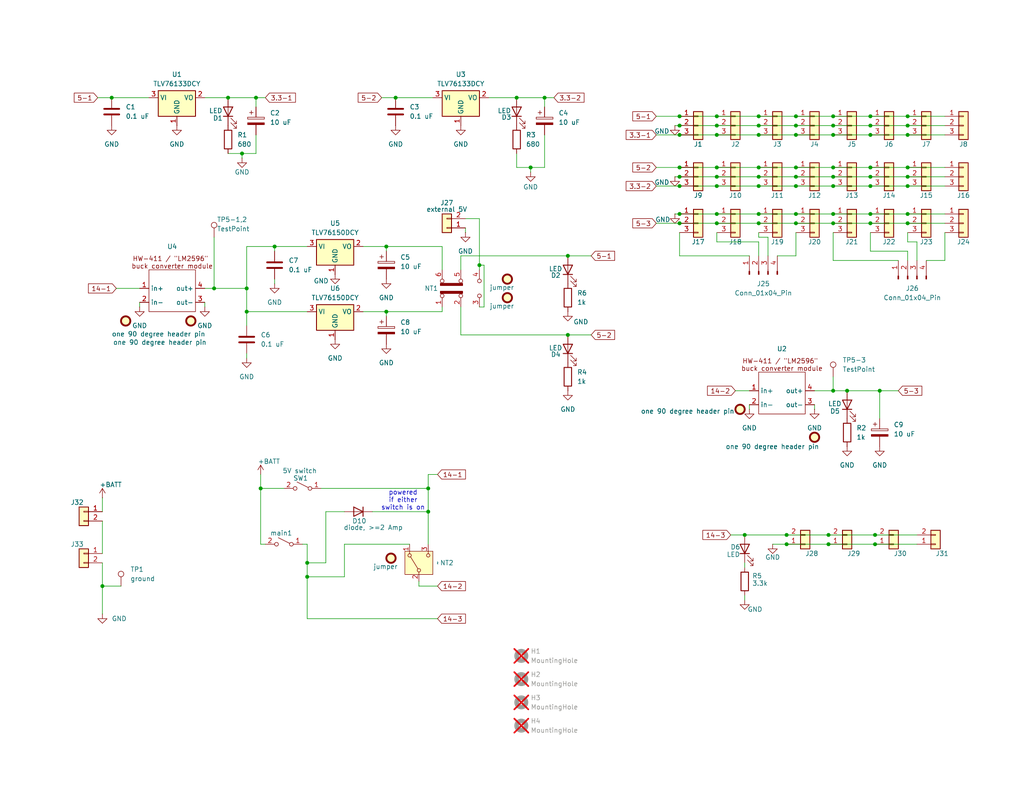
<source format=kicad_sch>
(kicad_sch (version 20250114) (generator "eeschema") (generator_version "9.0")
  (paper "USLetter")
  (title_block (title "SPDL PCB") (date "2026") (rev "2.1 E") (comment 1 "SPDL") (comment 2 "by Joshua Phelps 2026 joshua18@stanford.edu joshua262144@gmail.com") (comment 3 "Stanford ME218"))
  (lib_symbols
    (symbol "218-pdb:Conn_01x02" (pin_names (offset 1.016) (hide yes))
      (property "Reference" "J" (at 0 2.54 0))
      (symbol "Conn_01x02_1_1"
        (pin passive line (at -5.08 0 0) (length 3.81) (name "Pin_1") (number "1"))
        (pin passive line (at -5.08 -2.54 0) (length 3.81) (name "Pin_2") (number "2"))
      )
    )
    (symbol "218-pdb:Conn_01x03" (pin_names (offset 1.016) (hide yes))
      (property "Reference" "J" (at 0 5.08 0))
      (symbol "Conn_01x03_1_1"
        (pin passive line (at -5.08 2.54 0) (length 3.81) (name "Pin_1") (number "1"))
        (pin passive line (at -5.08 0 0) (length 3.81) (name "Pin_2") (number "2"))
        (pin passive line (at -5.08 -2.54 0) (length 3.81) (name "Pin_3") (number "3"))
      )
    )
    (symbol "218-pdb:buck_converter_module"
      (property "Reference" "U" (at 0 1.27 0))
      (symbol "buck_converter_module_1_1"
        (text "HW-411 / \"LM2596\" \nbuck converter module" (at 0 4.572 0) (effects (font (size 1.27 1.27))))
        (pin power_in line (at -8.89 -2.54 0) (length 2.54) (name "in+") (number "1"))
        (pin power_in line (at -8.89 -6.35 0) (length 2.54) (name "in-") (number "2"))
        (pin power_out line (at 8.89 -2.54 180) (length 2.54) (name "out+") (number "4"))
        (pin power_out line (at 8.89 -6.35 180) (length 2.54) (name "out-") (number "3"))
      )
    )
    (symbol "Connector:Conn_01x04_Pin" (pin_names (offset 1.016) (hide yes))
      (property "Reference" "J" (at 0 5.08 0))
      (property "Value" "Conn_01x04_Pin" (at 0 -7.62 0))
      (symbol "Conn_01x04_Pin_1_1"
        (pin passive line (at 5.08 2.54 180) (length 3.81) (name "Pin_1") (number "1"))
        (pin passive line (at 5.08 0 180) (length 3.81) (name "Pin_2") (number "2"))
        (pin passive line (at 5.08 -2.54 180) (length 3.81) (name "Pin_3") (number "3"))
        (pin passive line (at 5.08 -5.08 180) (length 3.81) (name "Pin_4") (number "4"))
      )
    )
    (symbol "Connector:TestPoint" (pin_numbers (hide yes)) (pin_names (offset 0.762) (hide yes))
      (property "Reference" "TP" (at 0 6.858 0))
      (property "Value" "TestPoint" (at 0 5.08 0))
      (symbol "TestPoint_1_1"
        (pin passive line (at 0 0 90) (length 2.54) (name "1") (number "1"))
      )
    )
    (symbol "Device:C" (pin_numbers (hide yes)) (pin_names (offset 0.254))
      (property "Reference" "C" (at 0.635 2.54 0))
      (property "Value" "C" (at 0.635 -2.54 0))
      (symbol "C_1_1"
        (pin passive line (at 0 3.81 270) (length 2.794) (name "~") (number "1"))
        (pin passive line (at 0 -3.81 90) (length 2.794) (name "~") (number "2"))
      )
    )
    (symbol "Device:C_Polarized" (pin_numbers (hide yes)) (pin_names (offset 0.254))
      (property "Reference" "C" (at 0.635 2.54 0))
      (property "Value" "C_Polarized" (at 0.635 -2.54 0))
      (symbol "C_Polarized_1_1"
        (pin passive line (at 0 3.81 270) (length 2.794) (name "~") (number "1"))
        (pin passive line (at 0 -3.81 90) (length 2.794) (name "~") (number "2"))
      )
    )
    (symbol "Device:D" (pin_numbers (hide yes)) (pin_names (offset 1.016) (hide yes))
      (property "Reference" "D" (at 0 2.54 0))
      (property "Value" "D" (at 0 -2.54 0))
      (symbol "D_1_1"
        (pin passive line (at -3.81 0 0) (length 2.54) (name "K") (number "1"))
        (pin passive line (at 3.81 0 180) (length 2.54) (name "A") (number "2"))
      )
    )
    (symbol "Device:LED" (pin_numbers (hide yes)) (pin_names (offset 1.016) (hide yes))
      (property "Reference" "D" (at 0 2.54 0))
      (property "Value" "LED" (at 0 -2.54 0))
      (symbol "LED_1_1"
        (pin passive line (at -3.81 0 0) (length 2.54) (name "K") (number "1"))
        (pin passive line (at 3.81 0 180) (length 2.54) (name "A") (number "2"))
      )
    )
    (symbol "Device:R" (pin_numbers (hide yes)) (pin_names (offset 0))
      (property "Reference" "R" (at 2.032 0 90))
      (property "Value" "R" (at 0 0 90))
      (symbol "R_1_1"
        (pin passive line (at 0 3.81 270) (length 1.27) (name "~") (number "1"))
        (pin passive line (at 0 -3.81 90) (length 1.27) (name "~") (number "2"))
      )
    )
    (symbol "Mechanical:Fiducial" (in_bom no)
      (property "Reference" "FID" (at 0 5.08 0))
      (property "Value" "Fiducial" (at 0 3.175 0))
    )
    (symbol "Mechanical:MountingHole" (pin_names (offset 1.016)) (in_bom no)
      (property "Reference" "H" (at 0 5.08 0))
      (property "Value" "MountingHole" (at 0 3.175 0))
    )
    (symbol "Regulator_Linear:TLV76133DCY"
      (property "Reference" "U" (at -7.62 6.35 0))
      (property "Value" "TLV76133DCY" (at -1.27 6.35 0))
      (symbol "TLV76133DCY_1_1"
        (pin power_in line (at -7.62 0 0) (length 2.54) (name "VI") (number "3"))
        (pin power_in line (at 0 -7.62 90) (length 2.54) (name "GND") (number "1"))
        (pin power_out line (at 7.62 0 180) (length 2.54) (name "VO") (number "2"))
      )
    )
    (symbol "Regulator_Linear:TLV76150DCY"
      (property "Reference" "U" (at -7.62 6.35 0))
      (property "Value" "TLV76150DCY" (at -1.27 6.35 0))
      (symbol "TLV76150DCY_1_1"
        (pin power_in line (at -7.62 0 0) (length 2.54) (name "VI") (number "3"))
        (pin power_in line (at 0 -7.62 90) (length 2.54) (name "GND") (number "1"))
        (pin power_out line (at 7.62 0 180) (length 2.54) (name "VO") (number "2"))
      )
    )
    (symbol "Switch:SW_SPDT" (pin_names (offset 0) (hide yes))
      (property "Reference" "SW" (at 0 5.08 0))
      (property "Value" "SW_SPDT" (at 0 -5.08 0))
      (symbol "SW_SPDT_1_1"
        (pin passive line (at -5.08 0 0) (length 2.54) (name "B") (number "2"))
        (pin passive line (at 5.08 2.54 180) (length 2.54) (name "A") (number "1"))
        (pin passive line (at 5.08 -2.54 180) (length 2.54) (name "C") (number "3"))
      )
    )
    (symbol "Switch:SW_SPST" (pin_names (offset 0) (hide yes))
      (property "Reference" "SW" (at 0 3.175 0))
      (property "Value" "SW_SPST" (at 0 -2.54 0))
      (symbol "SW_SPST_1_1"
        (pin passive line (at -5.08 0 0) (length 2.54) (name "A") (number "1"))
        (pin passive line (at 5.08 0 180) (length 2.54) (name "B") (number "2"))
      )
    )
    (symbol "Switch:SW_Slide_DPDT" (pin_names (offset 0) (hide yes))
      (property "Reference" "SW" (at 0 6.858 0))
      (property "Value" "SW_Slide_DPDT" (at 0 -8.128 0))
      (symbol "SW_Slide_DPDT_1_1"
        (pin passive line (at -5.08 5.08 0) (length 2.54) (name "A") (number "1"))
        (pin passive line (at -5.08 0 0) (length 2.54) (name "B") (number "2"))
        (pin passive line (at -5.08 -5.08 0) (length 2.54) (name "C") (number "3"))
        (pin passive line (at 5.08 5.08 180) (length 2.54) (name "C") (number "6"))
        (pin passive line (at 5.08 0 180) (length 2.54) (name "B") (number "5"))
        (pin passive line (at 5.08 -5.08 180) (length 2.54) (name "A") (number "4"))
      )
    )
    (symbol "power:+BATT" (power) (pin_numbers (hide yes)) (pin_names (offset 0) (hide yes))
      (property "Value" "+BATT" (at 0 3.556 0))
      (symbol "+BATT_1_1"
        (pin power_in line (at 0 0 90) (length 0) (name "~") (number "1"))
      )
    )
    (symbol "power:GND" (power) (pin_numbers (hide yes)) (pin_names (offset 0) (hide yes))
      (property "Value" "GND" (at 0 -3.81 0))
      (symbol "GND_1_1"
        (pin power_in line (at 0 0 270) (length 0) (name "~") (number "1"))
      )
    )
  )
  (text "powered\nif either\nswitch is on" (at 109.982 136.652 0) (effects (font (size 1.27 1.27))))
  (junction (at 107.95 26.67))
  (junction (at 226.06 148.59))
  (junction (at 105.41 67.31))
  (junction (at 237.49 34.29))
  (junction (at 247.65 45.72))
  (junction (at 185.42 31.75))
  (junction (at 240.03 106.68))
  (junction (at 207.01 45.72))
  (junction (at 185.42 45.72))
  (junction (at 140.97 26.67))
  (junction (at 27.94 160.02))
  (junction (at 69.85 26.67))
  (junction (at 83.82 157.48))
  (junction (at 237.49 50.8))
  (junction (at 71.12 133.35))
  (junction (at 207.01 60.96))
  (junction (at 214.63 146.05))
  (junction (at 83.82 153.67))
  (junction (at 66.04 41.91))
  (junction (at 227.33 34.29))
  (junction (at 247.65 50.8))
  (junction (at 67.31 78.74))
  (junction (at 185.42 48.26))
  (junction (at 185.42 50.8))
  (junction (at 237.49 36.83))
  (junction (at 237.49 31.75))
  (junction (at 185.42 60.96))
  (junction (at 214.63 148.59))
  (junction (at 195.58 31.75))
  (junction (at 185.42 58.42))
  (junction (at 207.01 58.42))
  (junction (at 247.65 60.96))
  (junction (at 247.65 31.75))
  (junction (at 227.33 48.26))
  (junction (at 231.14 106.68))
  (junction (at 247.65 48.26))
  (junction (at 247.65 34.29))
  (junction (at 207.01 36.83))
  (junction (at 217.17 36.83))
  (junction (at 116.84 133.35))
  (junction (at 207.01 48.26))
  (junction (at 67.31 85.09))
  (junction (at 227.33 106.68))
  (junction (at 74.93 67.31))
  (junction (at 247.65 36.83))
  (junction (at 237.49 60.96))
  (junction (at 217.17 45.72))
  (junction (at 227.33 36.83))
  (junction (at 58.42 78.74))
  (junction (at 195.58 34.29))
  (junction (at 30.48 26.67))
  (junction (at 227.33 60.96))
  (junction (at 247.65 58.42))
  (junction (at 227.33 45.72))
  (junction (at 62.23 26.67))
  (junction (at 207.01 31.75))
  (junction (at 207.01 34.29))
  (junction (at 195.58 36.83))
  (junction (at 217.17 31.75))
  (junction (at 195.58 50.8))
  (junction (at 195.58 48.26))
  (junction (at 154.94 91.44))
  (junction (at 185.42 36.83))
  (junction (at 217.17 34.29))
  (junction (at 195.58 45.72))
  (junction (at 237.49 48.26))
  (junction (at 116.84 139.7))
  (junction (at 195.58 60.96))
  (junction (at 237.49 58.42))
  (junction (at 148.59 26.67))
  (junction (at 185.42 34.29))
  (junction (at 217.17 50.8))
  (junction (at 237.49 45.72))
  (junction (at 227.33 58.42))
  (junction (at 154.94 69.85))
  (junction (at 226.06 146.05))
  (junction (at 195.58 58.42))
  (junction (at 203.2 146.05))
  (junction (at 217.17 48.26))
  (junction (at 105.41 85.09))
  (junction (at 238.76 148.59))
  (junction (at 144.78 45.72))
  (junction (at 207.01 50.8))
  (junction (at 227.33 31.75))
  (junction (at 238.76 146.05))
  (junction (at 217.17 60.96))
  (junction (at 227.33 50.8))
  (junction (at 130.81 72.39))
  (junction (at 217.17 58.42))
  (wire (pts (xy 185.42 36.83) (xy 195.58 36.83)))
  (wire (pts (xy 105.41 67.31) (xy 120.65 67.31)))
  (wire (pts (xy 185.42 48.26) (xy 195.58 48.26)))
  (wire (pts (xy 200.66 106.68) (xy 204.47 106.68)))
  (wire (pts (xy 214.63 146.05) (xy 226.06 146.05)))
  (wire (pts (xy 195.58 48.26) (xy 207.01 48.26)))
  (wire (pts (xy 38.1 78.74) (xy 31.75 78.74)))
  (wire (pts (xy 237.49 48.26) (xy 247.65 48.26)))
  (wire (pts (xy 130.81 83.82) (xy 132.08 83.82)))
  (wire (pts (xy 217.17 60.96) (xy 227.33 60.96)))
  (wire (pts (xy 116.84 139.7) (xy 116.84 148.59)))
  (wire (pts (xy 204.47 110.49) (xy 204.47 111.76)))
  (wire (pts (xy 69.85 36.83) (xy 69.85 41.91)))
  (wire (pts (xy 207.01 34.29) (xy 217.17 34.29)))
  (wire (pts (xy 114.3 160.02) (xy 119.38 160.02)))
  (wire (pts (xy 184.15 58.42) (xy 185.42 58.42)))
  (wire (pts (xy 105.41 85.09) (xy 105.41 86.36)))
  (wire (pts (xy 250.19 66.04) (xy 247.65 66.04)))
  (wire (pts (xy 227.33 36.83) (xy 237.49 36.83)))
  (wire (pts (xy 67.31 97.79) (xy 67.31 96.52)))
  (wire (pts (xy 99.06 67.31) (xy 105.41 67.31)))
  (wire (pts (xy 93.98 148.59) (xy 93.98 157.48)))
  (wire (pts (xy 116.84 139.7) (xy 116.84 133.35)))
  (wire (pts (xy 93.98 157.48) (xy 83.82 157.48)))
  (wire (pts (xy 203.2 163.83) (xy 203.2 162.56)))
  (wire (pts (xy 144.78 45.72) (xy 148.59 45.72)))
  (wire (pts (xy 66.04 41.91) (xy 62.23 41.91)))
  (wire (pts (xy 195.58 45.72) (xy 207.01 45.72)))
  (wire (pts (xy 247.65 68.58) (xy 247.65 71.12)))
  (wire (pts (xy 237.49 50.8) (xy 247.65 50.8)))
  (wire (pts (xy 237.49 34.29) (xy 247.65 34.29)))
  (wire (pts (xy 226.06 148.59) (xy 238.76 148.59)))
  (wire (pts (xy 125.73 73.66) (xy 125.73 69.85)))
  (wire (pts (xy 125.73 91.44) (xy 125.73 83.82)))
  (wire (pts (xy 27.94 135.89) (xy 27.94 139.7)))
  (wire (pts (xy 58.42 78.74) (xy 67.31 78.74)))
  (wire (pts (xy 104.14 26.67) (xy 107.95 26.67)))
  (wire (pts (xy 83.82 168.91) (xy 83.82 157.48)))
  (wire (pts (xy 240.03 106.68) (xy 240.03 114.3)))
  (wire (pts (xy 203.2 154.94) (xy 203.2 153.67)))
  (wire (pts (xy 217.17 36.83) (xy 227.33 36.83)))
  (wire (pts (xy 195.58 50.8) (xy 207.01 50.8)))
  (wire (pts (xy 38.1 82.55) (xy 38.1 83.82)))
  (wire (pts (xy 207.01 45.72) (xy 217.17 45.72)))
  (wire (pts (xy 227.33 71.12) (xy 245.11 71.12)))
  (wire (pts (xy 237.49 60.96) (xy 247.65 60.96)))
  (wire (pts (xy 114.3 160.02) (xy 114.3 158.75)))
  (wire (pts (xy 227.33 31.75) (xy 237.49 31.75)))
  (wire (pts (xy 111.76 148.59) (xy 93.98 148.59)))
  (wire (pts (xy 71.12 148.59) (xy 72.39 148.59)))
  (wire (pts (xy 207.01 48.26) (xy 217.17 48.26)))
  (wire (pts (xy 207.01 60.96) (xy 217.17 60.96)))
  (wire (pts (xy 217.17 50.8) (xy 227.33 50.8)))
  (wire (pts (xy 66.04 41.91) (xy 69.85 41.91)))
  (wire (pts (xy 67.31 67.31) (xy 67.31 78.74)))
  (wire (pts (xy 120.65 67.31) (xy 120.65 73.66)))
  (wire (pts (xy 93.98 139.7) (xy 88.9 139.7)))
  (wire (pts (xy 227.33 45.72) (xy 237.49 45.72)))
  (wire (pts (xy 83.82 168.91) (xy 119.38 168.91)))
  (wire (pts (xy 247.65 34.29) (xy 257.81 34.29)))
  (wire (pts (xy 247.65 31.75) (xy 257.81 31.75)))
  (wire (pts (xy 217.17 34.29) (xy 227.33 34.29)))
  (wire (pts (xy 154.94 69.85) (xy 161.29 69.85)))
  (wire (pts (xy 179.07 50.8) (xy 185.42 50.8)))
  (wire (pts (xy 185.42 45.72) (xy 195.58 45.72)))
  (wire (pts (xy 27.94 160.02) (xy 33.02 160.02)))
  (wire (pts (xy 247.65 58.42) (xy 257.81 58.42)))
  (wire (pts (xy 116.84 129.54) (xy 116.84 133.35)))
  (wire (pts (xy 226.06 146.05) (xy 238.76 146.05)))
  (wire (pts (xy 67.31 67.31) (xy 74.93 67.31)))
  (wire (pts (xy 247.65 36.83) (xy 257.81 36.83)))
  (wire (pts (xy 130.81 72.39) (xy 130.81 73.66)))
  (wire (pts (xy 26.67 26.67) (xy 30.48 26.67)))
  (wire (pts (xy 69.85 26.67) (xy 62.23 26.67)))
  (wire (pts (xy 207.01 66.04) (xy 207.01 69.85)))
  (wire (pts (xy 148.59 26.67) (xy 151.13 26.67)))
  (wire (pts (xy 217.17 45.72) (xy 227.33 45.72)))
  (wire (pts (xy 237.49 45.72) (xy 247.65 45.72)))
  (wire (pts (xy 257.81 71.12) (xy 252.73 71.12)))
  (wire (pts (xy 214.63 148.59) (xy 226.06 148.59)))
  (wire (pts (xy 74.93 68.58) (xy 74.93 67.31)))
  (wire (pts (xy 55.88 26.67) (xy 62.23 26.67)))
  (wire (pts (xy 237.49 63.5) (xy 237.49 68.58)))
  (wire (pts (xy 247.65 63.5) (xy 247.65 66.04)))
  (wire (pts (xy 27.94 153.67) (xy 27.94 160.02)))
  (wire (pts (xy 127 63.5) (xy 127 62.23)))
  (wire (pts (xy 195.58 60.96) (xy 207.01 60.96)))
  (wire (pts (xy 179.07 36.83) (xy 185.42 36.83)))
  (wire (pts (xy 184.15 34.29) (xy 185.42 34.29)))
  (wire (pts (xy 179.07 60.96) (xy 185.42 60.96)))
  (wire (pts (xy 130.81 72.39) (xy 132.08 72.39)))
  (wire (pts (xy 161.29 91.44) (xy 154.94 91.44)))
  (wire (pts (xy 227.33 102.87) (xy 227.33 106.68)))
  (wire (pts (xy 83.82 157.48) (xy 83.82 153.67)))
  (wire (pts (xy 207.01 63.5) (xy 207.01 64.77)))
  (wire (pts (xy 247.65 60.96) (xy 257.81 60.96)))
  (wire (pts (xy 55.88 82.55) (xy 55.88 83.82)))
  (wire (pts (xy 185.42 58.42) (xy 195.58 58.42)))
  (wire (pts (xy 185.42 50.8) (xy 195.58 50.8)))
  (wire (pts (xy 27.94 142.24) (xy 27.94 151.13)))
  (wire (pts (xy 105.41 85.09) (xy 120.65 85.09)))
  (wire (pts (xy 237.49 68.58) (xy 247.65 68.58)))
  (wire (pts (xy 237.49 31.75) (xy 247.65 31.75)))
  (wire (pts (xy 179.07 45.72) (xy 185.42 45.72)))
  (wire (pts (xy 74.93 67.31) (xy 83.82 67.31)))
  (wire (pts (xy 237.49 58.42) (xy 247.65 58.42)))
  (wire (pts (xy 67.31 85.09) (xy 83.82 85.09)))
  (wire (pts (xy 83.82 153.67) (xy 83.82 148.59)))
  (wire (pts (xy 227.33 58.42) (xy 237.49 58.42)))
  (wire (pts (xy 27.94 160.02) (xy 27.94 167.64)))
  (wire (pts (xy 179.07 31.75) (xy 185.42 31.75)))
  (wire (pts (xy 125.73 69.85) (xy 154.94 69.85)))
  (wire (pts (xy 207.01 64.77) (xy 209.55 64.77)))
  (wire (pts (xy 207.01 58.42) (xy 217.17 58.42)))
  (wire (pts (xy 127 59.69) (xy 130.81 59.69)))
  (wire (pts (xy 105.41 67.31) (xy 105.41 68.58)))
  (wire (pts (xy 107.95 26.67) (xy 118.11 26.67)))
  (wire (pts (xy 88.9 153.67) (xy 83.82 153.67)))
  (wire (pts (xy 144.78 46.99) (xy 144.78 45.72)))
  (wire (pts (xy 247.65 45.72) (xy 257.81 45.72)))
  (wire (pts (xy 58.42 78.74) (xy 58.42 64.77)))
  (wire (pts (xy 71.12 129.54) (xy 71.12 133.35)))
  (wire (pts (xy 227.33 50.8) (xy 237.49 50.8)))
  (wire (pts (xy 185.42 69.85) (xy 204.47 69.85)))
  (wire (pts (xy 222.25 106.68) (xy 227.33 106.68)))
  (wire (pts (xy 154.94 91.44) (xy 125.73 91.44)))
  (wire (pts (xy 55.88 78.74) (xy 58.42 78.74)))
  (wire (pts (xy 133.35 26.67) (xy 140.97 26.67)))
  (wire (pts (xy 101.6 139.7) (xy 116.84 139.7)))
  (wire (pts (xy 87.63 133.35) (xy 116.84 133.35)))
  (wire (pts (xy 250.19 71.12) (xy 250.19 66.04)))
  (wire (pts (xy 132.08 72.39) (xy 132.08 83.82)))
  (wire (pts (xy 207.01 36.83) (xy 217.17 36.83)))
  (wire (pts (xy 67.31 85.09) (xy 67.31 78.74)))
  (wire (pts (xy 217.17 31.75) (xy 227.33 31.75)))
  (wire (pts (xy 222.25 110.49) (xy 222.25 111.76)))
  (wire (pts (xy 140.97 41.91) (xy 140.97 45.72)))
  (wire (pts (xy 207.01 31.75) (xy 217.17 31.75)))
  (wire (pts (xy 247.65 48.26) (xy 257.81 48.26)))
  (wire (pts (xy 199.39 146.05) (xy 203.2 146.05)))
  (wire (pts (xy 130.81 59.69) (xy 130.81 72.39)))
  (wire (pts (xy 227.33 63.5) (xy 227.33 71.12)))
  (wire (pts (xy 71.12 133.35) (xy 71.12 148.59)))
  (wire (pts (xy 203.2 146.05) (xy 214.63 146.05)))
  (wire (pts (xy 185.42 31.75) (xy 195.58 31.75)))
  (wire (pts (xy 148.59 29.21) (xy 148.59 26.67)))
  (wire (pts (xy 99.06 85.09) (xy 105.41 85.09)))
  (wire (pts (xy 238.76 146.05) (xy 250.19 146.05)))
  (wire (pts (xy 185.42 34.29) (xy 195.58 34.29)))
  (wire (pts (xy 217.17 48.26) (xy 227.33 48.26)))
  (wire (pts (xy 88.9 139.7) (xy 88.9 153.67)))
  (wire (pts (xy 217.17 58.42) (xy 227.33 58.42)))
  (wire (pts (xy 238.76 148.59) (xy 250.19 148.59)))
  (wire (pts (xy 240.03 106.68) (xy 245.11 106.68)))
  (wire (pts (xy 207.01 50.8) (xy 217.17 50.8)))
  (wire (pts (xy 195.58 58.42) (xy 207.01 58.42)))
  (wire (pts (xy 69.85 29.21) (xy 69.85 26.67)))
  (wire (pts (xy 185.42 63.5) (xy 185.42 69.85)))
  (wire (pts (xy 148.59 36.83) (xy 148.59 45.72)))
  (wire (pts (xy 195.58 31.75) (xy 207.01 31.75)))
  (wire (pts (xy 184.15 48.26) (xy 185.42 48.26)))
  (wire (pts (xy 237.49 36.83) (xy 247.65 36.83)))
  (wire (pts (xy 195.58 36.83) (xy 207.01 36.83)))
  (wire (pts (xy 120.65 83.82) (xy 120.65 85.09)))
  (wire (pts (xy 217.17 63.5) (xy 217.17 69.85)))
  (wire (pts (xy 209.55 64.77) (xy 209.55 69.85)))
  (wire (pts (xy 185.42 60.96) (xy 195.58 60.96)))
  (wire (pts (xy 195.58 34.29) (xy 207.01 34.29)))
  (wire (pts (xy 116.84 129.54) (xy 119.38 129.54)))
  (wire (pts (xy 247.65 50.8) (xy 257.81 50.8)))
  (wire (pts (xy 30.48 26.67) (xy 40.64 26.67)))
  (wire (pts (xy 257.81 63.5) (xy 257.81 71.12)))
  (wire (pts (xy 69.85 26.67) (xy 72.39 26.67)))
  (wire (pts (xy 67.31 88.9) (xy 67.31 85.09)))
  (wire (pts (xy 227.33 34.29) (xy 237.49 34.29)))
  (wire (pts (xy 195.58 66.04) (xy 207.01 66.04)))
  (wire (pts (xy 148.59 26.67) (xy 140.97 26.67)))
  (wire (pts (xy 210.82 148.59) (xy 214.63 148.59)))
  (wire (pts (xy 144.78 45.72) (xy 140.97 45.72)))
  (wire (pts (xy 195.58 63.5) (xy 195.58 66.04)))
  (wire (pts (xy 227.33 48.26) (xy 237.49 48.26)))
  (wire (pts (xy 66.04 43.18) (xy 66.04 41.91)))
  (wire (pts (xy 71.12 133.35) (xy 77.47 133.35)))
  (wire (pts (xy 231.14 106.68) (xy 240.03 106.68)))
  (wire (pts (xy 227.33 106.68) (xy 231.14 106.68)))
  (wire (pts (xy 74.93 76.2) (xy 74.93 77.47)))
  (wire (pts (xy 82.55 148.59) (xy 83.82 148.59)))
  (wire (pts (xy 227.33 60.96) (xy 237.49 60.96)))
  (wire (pts (xy 217.17 69.85) (xy 212.09 69.85)))
  (global_label "5-3" (shape input) (at 179.07 60.96 180) (property "Intersheetrefs" "${INTERSHEET_REFS}" (effects (hide yes))))
  (global_label "3.3-1" (shape input) (at 72.39 26.67 0) (property "Intersheetrefs" "${INTERSHEET_REFS}" (effects (hide yes))))
  (global_label "5-2" (shape input) (at 161.29 91.44 0) (property "Intersheetrefs" "${INTERSHEET_REFS}" (effects (hide yes))))
  (global_label "14-1" (shape input) (at 119.38 129.54 0) (property "Intersheetrefs" "${INTERSHEET_REFS}" (effects (hide yes))))
  (global_label "14-3" (shape input) (at 199.39 146.05 180) (property "Intersheetrefs" "${INTERSHEET_REFS}" (effects (hide yes))))
  (global_label "14-3" (shape input) (at 119.38 168.91 0) (property "Intersheetrefs" "${INTERSHEET_REFS}" (effects (hide yes))))
  (global_label "5-3" (shape input) (at 245.11 106.68 0) (property "Intersheetrefs" "${INTERSHEET_REFS}" (effects (hide yes))))
  (global_label "14-2" (shape input) (at 119.38 160.02 0) (property "Intersheetrefs" "${INTERSHEET_REFS}" (effects (hide yes))))
  (global_label "5-1" (shape input) (at 26.67 26.67 180) (property "Intersheetrefs" "${INTERSHEET_REFS}" (effects (hide yes))))
  (global_label "5-1" (shape input) (at 161.29 69.85 0) (property "Intersheetrefs" "${INTERSHEET_REFS}" (effects (hide yes))))
  (global_label "5-2" (shape input) (at 179.07 45.72 180) (property "Intersheetrefs" "${INTERSHEET_REFS}" (effects (hide yes))))
  (global_label "5-1" (shape input) (at 179.07 31.75 180) (property "Intersheetrefs" "${INTERSHEET_REFS}" (effects (hide yes))))
  (global_label "3.3-1" (shape input) (at 179.07 36.83 180) (property "Intersheetrefs" "${INTERSHEET_REFS}" (effects (hide yes))))
  (global_label "3.3-2" (shape input) (at 151.13 26.67 0) (property "Intersheetrefs" "${INTERSHEET_REFS}" (effects (hide yes))))
  (global_label "5-2" (shape input) (at 104.14 26.67 180) (property "Intersheetrefs" "${INTERSHEET_REFS}" (effects (hide yes))))
  (global_label "3.3-2" (shape input) (at 179.07 50.8 180) (property "Intersheetrefs" "${INTERSHEET_REFS}" (effects (hide yes))))
  (global_label "14-2" (shape input) (at 200.66 106.68 180) (property "Intersheetrefs" "${INTERSHEET_REFS}" (effects (hide yes))))
  (global_label "14-1" (shape input) (at 31.75 78.74 180) (property "Intersheetrefs" "${INTERSHEET_REFS}" (effects (hide yes))))
  (symbol (lib_id "power:GND") (at 27.94 167.64 0) (unit 1)
    (property "Reference" "#PWR022" (effects (hide yes)))
    (property "Value" "GND" (at 30.48 168.9099 0) (effects (justify left)))
    (property "Description" "Power symbol creates a global label with name \"GND\" , ground" (effects (hide yes)))
  )
  (symbol (lib_id "218-pdb:Conn_01x02") (at 231.14 148.59 0) (mirror x) (unit 1)
    (property "Reference" "J29" (at 231.1399 151.13 0) (effects (justify left)))
    (property "Value" "battery" (effects (hide yes)))
    (property "Footprint" "218-pdb:CUI_TB007-508-02BE" (effects (hide yes)))
    (property "Description" "Generic connector, single row, 01x02, script generated (kicad-library-utils/schlib/autogen/connector/)" (effects (hide yes)))
    (property "mount_type" "tht" (effects (hide yes)))
    (property "Part_Number" "screw terminal, 5.08\" pitch, TB007-508-02BE" (effects (hide yes)))
  )
  (symbol (lib_id "Device:LED") (at 231.14 110.49 90) (unit 1)
    (property "Reference" "D5" (at 227.838 112.268 90))
    (property "Value" "LED" (at 229.616 110.236 90) (effects (justify left)))
    (property "Footprint" "218-pdb:LED_D3.0mm" (effects (hide yes)))
    (property "Description" "Light emitting diode" (effects (hide yes)))
    (property "Sim.Pins" "1=K 2=A" (effects (hide yes)))
    (property "mount_type" "tht" (effects (hide yes)))
    (property "Part_Number" "3 mm diameter LED" (effects (hide yes)))
  )
  (symbol (lib_id "218-pdb:Conn_01x02") (at 22.86 139.7 0) (mirror y) (unit 1)
    (property "Reference" "J32" (at 22.8601 137.16 0) (effects (justify left)))
    (property "Value" "battery" (effects (hide yes)))
    (property "Footprint" "218-pdb:CUI_TB007-508-02BE" (effects (hide yes)))
    (property "Description" "Generic connector, single row, 01x02, script generated (kicad-library-utils/schlib/autogen/connector/)" (effects (hide yes)))
    (property "mount_type" "tht" (effects (hide yes)))
    (property "Part_Number" "screw terminal, 5.08\" pitch, TB007-508-02BE" (effects (hide yes)))
  )
  (symbol (lib_id "Device:C_Polarized") (at 69.85 33.02 0) (unit 1)
    (property "Reference" "C2" (at 73.66 30.8609 0) (effects (justify left)))
    (property "Value" "10 uF" (at 73.66 33.4009 0) (effects (justify left)))
    (property "Footprint" "Capacitor_THT:C_Disc_D3.8mm_W2.6mm_P2.50mm" (effects (hide yes)))
    (property "Description" "Polarized capacitor" (effects (hide yes)))
    (property "mount_type" "tht" (effects (hide yes)))
    (property "Part_Number" "10uF tantalum (polarized) capacitor" (effects (hide yes)))
  )
  (symbol (lib_id "power:GND") (at 184.15 58.42 0) (unit 1)
    (property "Reference" "#PWR09" (effects (hide yes)))
    (property "Value" "GND" (at 180.848 59.944 0))
    (property "Description" "Power symbol creates a global label with name \"GND\" , ground" (effects (hide yes)))
  )
  (symbol (lib_id "Device:LED") (at 62.23 30.48 90) (unit 1)
    (property "Reference" "D1" (at 59.436 32.258 90))
    (property "Value" "LED" (at 60.706 30.226 90) (effects (justify left)))
    (property "Footprint" "218-pdb:LED_D3.0mm" (effects (hide yes)))
    (property "Description" "Light emitting diode" (effects (hide yes)))
    (property "Sim.Pins" "1=K 2=A" (effects (hide yes)))
    (property "mount_type" "tht" (effects (hide yes)))
    (property "Part_Number" "3 mm diameter LED" (effects (hide yes)))
  )
  (symbol (lib_id "power:GND") (at 91.44 92.71 0) (unit 1)
    (property "Reference" "#PWR027" (effects (hide yes)))
    (property "Value" "GND" (at 91.44 97.79 0))
    (property "Description" "Power symbol creates a global label with name \"GND\" , ground" (effects (hide yes)))
  )
  (symbol (lib_id "Connector:TestPoint") (at 33.02 160.02 0) (unit 1)
    (property "Reference" "TP1" (at 35.56 155.4479 0) (effects (justify left)))
    (property "Value" "ground" (at 35.56 157.9879 0) (effects (justify left)))
    (property "Footprint" "TestPoint:TestPoint_Bridge_Pitch5.08mm_Drill0.7mm" (effects (hide yes)))
    (property "Description" "test point" (effects (hide yes)))
    (property "Part_Number" "piece of wire" (effects (hide yes)))
  )
  (symbol (lib_id "power:GND") (at 30.48 34.29 0) (unit 1)
    (property "Reference" "#PWR03" (effects (hide yes)))
    (property "Value" "GND" (at 30.48 39.37 0))
    (property "Description" "Power symbol creates a global label with name \"GND\" , ground" (effects (hide yes)))
  )
  (symbol (lib_id "power:GND") (at 231.14 121.92 0) (unit 1)
    (property "Reference" "#PWR08" (effects (hide yes)))
    (property "Value" "GND" (at 231.14 127 0))
    (property "Description" "Power symbol creates a global label with name \"GND\" , ground" (effects (hide yes)))
  )
  (symbol (lib_id "218-pdb:Conn_01x02") (at 255.27 148.59 0) (mirror x) (unit 1)
    (property "Reference" "J31" (at 255.2699 151.13 0) (effects (justify left)))
    (property "Value" "battery" (effects (hide yes)))
    (property "Footprint" "218-pdb:CUI_TB007-508-02BE" (effects (hide yes)))
    (property "Description" "Generic connector, single row, 01x02, script generated (kicad-library-utils/schlib/autogen/connector/)" (effects (hide yes)))
    (property "mount_type" "tht" (effects (hide yes)))
    (property "Part_Number" "screw terminal, 5.08\" pitch, TB007-508-02BE" (effects (hide yes)))
  )
  (symbol (lib_id "Device:D") (at 97.79 139.7 0) (mirror y) (unit 1)
    (property "Reference" "D10" (at 98.044 142.24 0))
    (property "Value" "diode, >=2 Amp" (at 101.854 144.018 0))
    (property "Footprint" "Diode_THT:D_DO-15_P2.54mm_Vertical_AnodeUp" (effects (hide yes)))
    (property "Sim.Device" "D" (effects (hide yes)))
    (property "Sim.Pins" "1=K 2=A" (effects (hide yes)))
    (property "Part_Number" ">=2 Amp diode, e.g. Diotec 1N5060" (effects (hide yes)))
  )
  (symbol (lib_id "power:GND") (at 210.82 148.59 0) (mirror y) (unit 1)
    (property "Reference" "#PWR016" (effects (hide yes)))
    (property "Value" "GND" (at 210.82 152.146 0))
    (property "Description" "Power symbol creates a global label with name \"GND\" , ground" (effects (hide yes)))
  )
  (symbol (lib_id "Device:R") (at 154.94 81.28 0) (unit 1)
    (property "Reference" "R6" (at 157.48 80.0099 0) (effects (justify left)))
    (property "Value" "1k" (at 157.48 82.5499 0) (effects (justify left)))
    (property "Footprint" "Resistor_THT:R_Axial_DIN0309_L9.0mm_D3.2mm_P2.54mm_Vertical" (effects (hide yes)))
    (property "Description" "Resistor" (effects (hide yes)))
    (property "Manufacturer_Name" "any" (effects (hide yes)))
    (property "digikey_part_number" "n/a" (effects (hide yes)))
    (property "mount_type" "tht" (effects (hide yes)))
    (property "Part_Number" "spdl" (effects (hide yes)))
  )
  (symbol (lib_id "power:GND") (at 154.94 85.09 0) (unit 1)
    (property "Reference" "#PWR028" (effects (hide yes)))
    (property "Value" "GND" (at 158.496 87.884 0))
    (property "Description" "Power symbol creates a global label with name \"GND\" , ground" (effects (hide yes)))
  )
  (symbol (lib_id "218-pdb:Conn_01x03") (at 190.5 34.29 0) (unit 1)
    (property "Reference" "J1" (at 190.5 39.37 0))
    (property "Value" "Conn_01x03" (effects (hide yes)))
    (property "Footprint" "218-pdb:JST_XH_B3B-XH-A_1x03_P2.50mm_Vertical" (effects (hide yes)))
    (property "mount_type" "tht" (effects (hide yes)))
    (property "Part_Number" "3 pin JST XH" (effects (hide yes)))
  )
  (symbol (lib_id "Regulator_Linear:TLV76150DCY") (at 91.44 67.31 0) (unit 1)
    (property "Reference" "U5" (at 91.44 60.96 0))
    (property "Value" "TLV76150DCY" (at 91.44 63.5 0))
    (property "Footprint" "Package_TO_SOT_SMD:SOT-223-3_TabPin2" (effects (hide yes)))
    (property "Datasheet" "https://www.ti.com/lit/ds/symlink/tlv761.pdf" (effects (hide yes)))
    (property "Description" "5.0V, 1A, Low Noise, High-PSRR LDO Regulator, 2.5V...16V input, SOT-223" (effects (hide yes)))
  )
  (symbol (lib_id "power:GND") (at 154.94 106.68 0) (unit 1)
    (property "Reference" "#PWR018" (effects (hide yes)))
    (property "Value" "GND" (at 154.94 111.76 0))
    (property "Description" "Power symbol creates a global label with name \"GND\" , ground" (effects (hide yes)))
  )
  (symbol (lib_id "Device:R") (at 62.23 38.1 0) (unit 1)
    (property "Reference" "R1" (at 64.77 36.8299 0) (effects (justify left)))
    (property "Value" "680" (at 64.77 39.3699 0) (effects (justify left)))
    (property "Footprint" "Resistor_THT:R_Axial_DIN0309_L9.0mm_D3.2mm_P2.54mm_Vertical" (effects (hide yes)))
    (property "Description" "Resistor" (effects (hide yes)))
    (property "Manufacturer_Name" "any" (effects (hide yes)))
    (property "digikey_part_number" "n/a" (effects (hide yes)))
    (property "mount_type" "tht" (effects (hide yes)))
    (property "Part_Number" "spdl" (effects (hide yes)))
  )
  (symbol (lib_id "power:GND") (at 105.41 76.2 0) (unit 1)
    (property "Reference" "#PWR024" (effects (hide yes)))
    (property "Value" "GND" (at 105.41 81.28 0))
    (property "Description" "Power symbol creates a global label with name \"GND\" , ground" (effects (hide yes)))
  )
  (symbol (lib_id "Device:C") (at 107.95 30.48 0) (unit 1)
    (property "Reference" "C3" (at 111.76 29.2099 0) (effects (justify left)))
    (property "Value" "0.1 uF" (at 111.76 31.7499 0) (effects (justify left)))
    (property "Footprint" "Capacitor_THT:C_Disc_D3.0mm_W2.0mm_P2.50mm" (effects (hide yes)))
    (property "Description" "Unpolarized capacitor" (effects (hide yes)))
    (property "mount_type" "tht" (effects (hide yes)))
    (property "Part_Number" "0.1 uF ceramic capacitor" (effects (hide yes)))
  )
  (symbol (lib_id "Connector:TestPoint") (at 58.42 64.77 0) (unit 1)
    (property "Reference" "TP5-1,2" (at 59.182 59.944 0) (effects (justify left)))
    (property "Value" "TestPoint" (at 59.182 62.484 0) (effects (justify left)))
    (property "Footprint" "TestPoint:TestPoint_THTPad_D2.0mm_Drill1.0mm" (effects (hide yes)))
    (property "Description" "test point" (effects (hide yes)))
  )
  (symbol (lib_id "Device:LED") (at 154.94 73.66 90) (unit 1)
    (property "Reference" "D2" (at 151.638 75.184 90))
    (property "Value" "LED" (at 153.416 73.406 90) (effects (justify left)))
    (property "Footprint" "218-pdb:LED_D3.0mm" (effects (hide yes)))
    (property "Description" "Light emitting diode" (effects (hide yes)))
    (property "Sim.Pins" "1=K 2=A" (effects (hide yes)))
    (property "mount_type" "tht" (effects (hide yes)))
    (property "Part_Number" "3 mm diameter LED" (effects (hide yes)))
  )
  (symbol (lib_id "218-pdb:buck_converter_module") (at 46.99 76.2 0) (unit 1)
    (property "Reference" "U4" (at 46.99 67.31 0))
    (property "Value" "DC-DC buck" (effects (hide yes)))
    (property "Footprint" "218-pdb:HW-411" (effects (hide yes)))
    (property "Datasheet" "https://www.amazon.com/LM2596-Converter-3-0-40V-1-5-35V-Supply/dp/B0CQZLV36Y" (effects (hide yes)))
    (property "Manufacturer_Name" "any" (effects (hide yes)))
    (property "digikey_part_number" "n/a" (effects (hide yes)))
    (property "mount_type" "tht" (effects (hide yes)))
    (property "Part_Number" "HW-411 lm2596 buck converter module" (effects (hide yes)))
  )
  (symbol (lib_id "Mechanical:MountingHole") (at 142.24 198.12 0) (unit 1) (in_bom no) (dnp yes)
    (property "Reference" "H4" (at 144.78 196.8499 0) (effects (justify left)))
    (property "Value" "MountingHole" (at 144.78 199.3899 0) (effects (justify left)))
    (property "Footprint" "218-pdb:MountingHole_3.2mm_M3_ISO7380" (effects (hide yes)))
    (property "Description" "Mounting Hole without connection" (effects (hide yes)))
    (property "mount_type" "dnp" (effects (hide yes)))
  )
  (symbol (lib_id "Mechanical:Fiducial") (at 138.43 76.2 0) (unit 1)
    (property "Reference" "FID6" (effects (hide yes)))
    (property "Value" "jumper" (at 133.604 78.486 0) (effects (justify left)))
    (property "Footprint" "218-pdb:jumper" (effects (hide yes)))
    (property "Description" "Fiducial Marker" (effects (hide yes)))
    (property "Part_Number" "pin jumper 0.1\" pitch Sullins QPC02SXGN-RC" (effects (hide yes)))
  )
  (symbol (lib_id "power:GND") (at 107.95 34.29 0) (unit 1)
    (property "Reference" "#PWR011" (effects (hide yes)))
    (property "Value" "GND" (at 107.95 39.37 0))
    (property "Description" "Power symbol creates a global label with name \"GND\" , ground" (effects (hide yes)))
  )
  (symbol (lib_id "Device:R") (at 140.97 38.1 0) (unit 1)
    (property "Reference" "R3" (at 143.51 36.8299 0) (effects (justify left)))
    (property "Value" "680" (at 143.51 39.3699 0) (effects (justify left)))
    (property "Footprint" "Resistor_THT:R_Axial_DIN0309_L9.0mm_D3.2mm_P2.54mm_Vertical" (effects (hide yes)))
    (property "Description" "Resistor" (effects (hide yes)))
    (property "Manufacturer_Name" "any" (effects (hide yes)))
    (property "digikey_part_number" "n/a" (effects (hide yes)))
    (property "mount_type" "tht" (effects (hide yes)))
    (property "Part_Number" "spdl" (effects (hide yes)))
  )
  (symbol (lib_id "Switch:SW_SPDT") (at 114.3 153.67 90) (unit 1)
    (property "Reference" "NT2" (at 121.92 153.67 90))
    (property "Value" "~" (at 119.38 153.67 0))
    (property "Footprint" "218-pdb:PinHeader_1x03_P2.54mm_Vertical" (effects (hide yes)))
    (property "Description" "Switch, single pole double throw" (effects (hide yes)))
    (property "Part_Number" "3 header pins 0.1\" pitch" (effects (hide yes)))
  )
  (symbol (lib_id "power:GND") (at 184.15 48.26 0) (unit 1)
    (property "Reference" "#PWR06" (effects (hide yes)))
    (property "Value" "GND" (at 180.594 49.784 0))
    (property "Description" "Power symbol creates a global label with name \"GND\" , ground" (effects (hide yes)))
  )
  (symbol (lib_id "power:GND") (at 240.03 121.92 0) (unit 1)
    (property "Reference" "#PWR029" (effects (hide yes)))
    (property "Value" "GND" (at 240.03 127 0))
    (property "Description" "Power symbol creates a global label with name \"GND\" , ground" (effects (hide yes)))
  )
  (symbol (lib_id "power:GND") (at 222.25 111.76 0) (unit 1)
    (property "Reference" "#PWR05" (effects (hide yes)))
    (property "Value" "GND" (at 222.25 116.84 0))
    (property "Description" "Power symbol creates a global label with name \"GND\" , ground" (effects (hide yes)))
  )
  (symbol (lib_id "Device:C") (at 30.48 30.48 0) (unit 1)
    (property "Reference" "C1" (at 34.29 29.2099 0) (effects (justify left)))
    (property "Value" "0.1 uF" (at 34.29 31.7499 0) (effects (justify left)))
    (property "Footprint" "Capacitor_THT:C_Disc_D3.0mm_W2.0mm_P2.50mm" (effects (hide yes)))
    (property "Description" "Unpolarized capacitor" (effects (hide yes)))
    (property "mount_type" "tht" (effects (hide yes)))
    (property "Part_Number" "0.1 uF ceramic capacitor" (effects (hide yes)))
  )
  (symbol (lib_id "218-pdb:Conn_01x03") (at 262.89 34.29 0) (unit 1)
    (property "Reference" "J8" (at 262.89 39.37 0))
    (property "Value" "Conn_01x03" (effects (hide yes)))
    (property "Footprint" "218-pdb:JST_XH_B3B-XH-A_1x03_P2.50mm_Vertical" (effects (hide yes)))
    (property "Datasheet" "https://www.digikey.com/en/products/detail/molex/0022232031/26669" (effects (hide yes)))
    (property "Description" "Generic connector, single row, 01x03, script generated (kicad-library-utils/schlib/autogen/connector/)" (effects (hide yes)))
    (property "mount_type" "tht" (effects (hide yes)))
    (property "Part_Number" "3 pin JST XH" (effects (hide yes)))
  )
  (symbol (lib_id "218-pdb:Conn_01x03") (at 190.5 60.96 0) (unit 1)
    (property "Reference" "J17" (at 190.5 66.04 0))
    (property "Value" "Conn_01x03" (effects (hide yes)))
    (property "Footprint" "218-pdb:Molex_KK-254_AE-6410-03A_1x03_P2.54mm_Vertical" (effects (hide yes)))
    (property "Datasheet" "https://www.digikey.com/en/products/detail/molex/0022232031/26669" (effects (hide yes)))
    (property "Description" "Generic connector, single row, 01x03, script generated (kicad-library-utils/schlib/autogen/connector/)" (effects (hide yes)))
    (property "mount_type" "tht" (effects (hide yes)))
    (property "Part_Number" "3 pin KK254 molex 0022232031" (effects (hide yes)))
  )
  (symbol (lib_id "Regulator_Linear:TLV76133DCY") (at 125.73 26.67 0) (unit 1)
    (property "Reference" "U3" (at 125.73 20.32 0))
    (property "Value" "TLV76133DCY" (at 125.73 22.86 0))
    (property "Footprint" "Package_TO_SOT_SMD:SOT-223-3_TabPin2" (effects (hide yes)))
    (property "Datasheet" "https://www.ti.com/lit/ds/symlink/tlv761.pdf" (effects (hide yes)))
    (property "Description" "3.3V, 1A, Low Noise, High-PSRR LDO Regulator, 2.5V...16V input, SOT-223" (effects (hide yes)))
  )
  (symbol (lib_id "Mechanical:MountingHole") (at 142.24 179.07 0) (unit 1) (in_bom no) (dnp yes)
    (property "Reference" "H1" (at 144.78 177.7999 0) (effects (justify left)))
    (property "Value" "MountingHole" (at 144.78 180.3399 0) (effects (justify left)))
    (property "Footprint" "218-pdb:MountingHole_3.2mm_M3_ISO7380" (effects (hide yes)))
    (property "Description" "Mounting Hole without connection" (effects (hide yes)))
    (property "mount_type" "dnp" (effects (hide yes)))
  )
  (symbol (lib_id "Switch:SW_SPST") (at 77.47 148.59 0) (mirror y) (unit 1)
    (property "Reference" "main1" (at 79.756 145.542 0) (effects (justify left)))
    (property "Value" "MainSW" (effects (hide yes)))
    (property "Footprint" "218-pdb:CUI_TB007-508-02BE" (effects (hide yes)))
    (property "Description" "Generic connector, single row, 01x02, script generated (kicad-library-utils/schlib/autogen/connector/)" (effects (hide yes)))
    (property "mount_type" "tht" (effects (hide yes)))
    (property "Part_Number" "screw terminal, 5.08\" pitch, TB007-508-02BE" (effects (hide yes)))
  )
  (symbol (lib_id "Regulator_Linear:TLV76133DCY") (at 48.26 26.67 0) (unit 1)
    (property "Reference" "U1" (at 48.26 20.32 0))
    (property "Value" "TLV76133DCY" (at 48.26 22.86 0))
    (property "Footprint" "Package_TO_SOT_SMD:SOT-223-3_TabPin2" (effects (hide yes)))
    (property "Datasheet" "https://www.ti.com/lit/ds/symlink/tlv761.pdf" (effects (hide yes)))
    (property "Description" "3.3V, 1A, Low Noise, High-PSRR LDO Regulator, 2.5V...16V input, SOT-223" (effects (hide yes)))
  )
  (symbol (lib_id "Device:LED") (at 203.2 149.86 90) (unit 1)
    (property "Reference" "D6" (at 200.66 149.352 90))
    (property "Value" "LED" (at 201.93 151.384 90) (effects (justify left)))
    (property "Footprint" "218-pdb:LED_D3.0mm" (effects (hide yes)))
    (property "Description" "Light emitting diode" (effects (hide yes)))
    (property "Sim.Pins" "1=K 2=A" (effects (hide yes)))
    (property "mount_type" "tht" (effects (hide yes)))
    (property "Part_Number" "3 mm diameter LED" (effects (hide yes)))
  )
  (symbol (lib_id "Mechanical:MountingHole") (at 142.24 185.42 0) (unit 1) (in_bom no) (dnp yes)
    (property "Reference" "H2" (at 144.78 184.1499 0) (effects (justify left)))
    (property "Value" "MountingHole" (at 144.78 186.6899 0) (effects (justify left)))
    (property "Footprint" "218-pdb:MountingHole_3.2mm_M3_ISO7380" (effects (hide yes)))
    (property "Description" "Mounting Hole without connection" (effects (hide yes)))
    (property "mount_type" "dnp" (effects (hide yes)))
  )
  (symbol (lib_id "Switch:SW_Slide_DPDT") (at 125.73 78.74 90) (unit 1)
    (property "Reference" "NT1" (at 115.824 78.74 90) (effects (justify right)))
    (property "Value" "SW_Slide_DPDT" (effects (hide yes)))
    (property "Footprint" "218-pdb:PinHeader_2x03_P2.54mm_Vertical" (effects (hide yes)))
    (property "Datasheet" "2x3 header pins" (effects (hide yes)))
  )
  (symbol (lib_id "power:GND") (at 144.78 46.99 0) (unit 1)
    (property "Reference" "#PWR012" (effects (hide yes)))
    (property "Value" "GND" (at 144.78 51.054 0))
    (property "Description" "Power symbol creates a global label with name \"GND\" , ground" (effects (hide yes)))
  )
  (symbol (lib_id "218-pdb:Conn_01x03") (at 212.09 48.26 0) (unit 1)
    (property "Reference" "J11" (at 212.09 53.34 0))
    (property "Value" "Conn_01x03" (effects (hide yes)))
    (property "Footprint" "218-pdb:JST_XH_B3B-XH-A_1x03_P2.50mm_Vertical" (effects (hide yes)))
    (property "Datasheet" "https://www.digikey.com/en/products/detail/molex/0022232031/26669" (effects (hide yes)))
    (property "Description" "Generic connector, single row, 01x03, script generated (kicad-library-utils/schlib/autogen/connector/)" (effects (hide yes)))
    (property "mount_type" "tht" (effects (hide yes)))
    (property "Part_Number" "3 pin JST XH" (effects (hide yes)))
  )
  (symbol (lib_id "218-pdb:Conn_01x03") (at 242.57 48.26 0) (unit 1)
    (property "Reference" "J14" (at 242.57 53.34 0))
    (property "Value" "Conn_01x03" (effects (hide yes)))
    (property "Footprint" "218-pdb:JST_XH_B3B-XH-A_1x03_P2.50mm_Vertical" (effects (hide yes)))
    (property "Datasheet" "https://www.digikey.com/en/products/detail/molex/0022232031/26669" (effects (hide yes)))
    (property "Description" "Generic connector, single row, 01x03, script generated (kicad-library-utils/schlib/autogen/connector/)" (effects (hide yes)))
    (property "mount_type" "tht" (effects (hide yes)))
    (property "Part_Number" "3 pin JST XH" (effects (hide yes)))
  )
  (symbol (lib_id "Connector:TestPoint") (at 227.33 102.87 0) (unit 1)
    (property "Reference" "TP5-3" (at 229.87 98.2979 0) (effects (justify left)))
    (property "Value" "TestPoint" (at 229.87 100.8379 0) (effects (justify left)))
    (property "Footprint" "TestPoint:TestPoint_THTPad_D2.0mm_Drill1.0mm" (effects (hide yes)))
    (property "Description" "test point" (effects (hide yes)))
  )
  (symbol (lib_id "Mechanical:Fiducial") (at 222.25 119.38 0) (mirror y) (unit 1)
    (property "Reference" "FID4" (effects (hide yes)))
    (property "Value" "one 90 degree header pin" (at 223.52 121.92 0) (effects (justify left)))
    (property "Footprint" "218-pdb:PinHeader_1x01_P2.54mm_H" (effects (hide yes)))
  )
  (symbol (lib_id "Device:LED") (at 140.97 30.48 90) (unit 1)
    (property "Reference" "D3" (at 138.176 32.004 90))
    (property "Value" "LED" (at 139.446 30.226 90) (effects (justify left)))
    (property "Footprint" "218-pdb:LED_D3.0mm" (effects (hide yes)))
    (property "Description" "Light emitting diode" (effects (hide yes)))
    (property "Sim.Pins" "1=K 2=A" (effects (hide yes)))
    (property "mount_type" "tht" (effects (hide yes)))
    (property "Part_Number" "3 mm diameter LED" (effects (hide yes)))
  )
  (symbol (lib_id "Device:C_Polarized") (at 240.03 118.11 0) (unit 1)
    (property "Reference" "C9" (at 243.84 115.9509 0) (effects (justify left)))
    (property "Value" "10 uF" (at 243.84 118.4909 0) (effects (justify left)))
    (property "Footprint" "Capacitor_THT:C_Disc_D3.8mm_W2.6mm_P2.50mm" (effects (hide yes)))
    (property "Description" "Polarized capacitor" (effects (hide yes)))
    (property "mount_type" "tht" (effects (hide yes)))
    (property "Part_Number" "10uF tantalum (polarized) capacitor" (effects (hide yes)))
  )
  (symbol (lib_id "Device:C") (at 74.93 72.39 0) (unit 1)
    (property "Reference" "C7" (at 78.74 71.1199 0) (effects (justify left)))
    (property "Value" "0.1 uF" (at 78.74 73.6599 0) (effects (justify left)))
    (property "Footprint" "Capacitor_THT:C_Disc_D3.0mm_W2.0mm_P2.50mm" (effects (hide yes)))
    (property "Description" "Unpolarized capacitor" (effects (hide yes)))
    (property "mount_type" "tht" (effects (hide yes)))
    (property "Part_Number" "0.1 uF ceramic capacitor" (effects (hide yes)))
  )
  (symbol (lib_id "Mechanical:Fiducial") (at 138.43 81.28 0) (unit 1)
    (property "Reference" "FID5" (effects (hide yes)))
    (property "Value" "jumper" (at 133.604 83.566 0) (effects (justify left)))
    (property "Footprint" "218-pdb:jumper" (effects (hide yes)))
    (property "Description" "Fiducial Marker" (effects (hide yes)))
    (property "Part_Number" "pin jumper 0.1\" pitch Sullins QPC02SXGN-RC" (effects (hide yes)))
  )
  (symbol (lib_id "power:GND") (at 74.93 77.47 0) (unit 1)
    (property "Reference" "#PWR025" (effects (hide yes)))
    (property "Value" "GND" (at 74.93 82.55 0))
    (property "Description" "Power symbol creates a global label with name \"GND\" , ground" (effects (hide yes)))
  )
  (symbol (lib_id "218-pdb:Conn_01x03") (at 262.89 60.96 0) (unit 1)
    (property "Reference" "J24" (at 262.89 66.04 0))
    (property "Value" "Conn_01x03" (effects (hide yes)))
    (property "Footprint" "218-pdb:Molex_KK-254_AE-6410-03A_1x03_P2.54mm_Vertical" (effects (hide yes)))
    (property "Datasheet" "https://www.digikey.com/en/products/detail/molex/0022232031/26669" (effects (hide yes)))
    (property "Description" "Generic connector, single row, 01x03, script generated (kicad-library-utils/schlib/autogen/connector/)" (effects (hide yes)))
    (property "mount_type" "tht" (effects (hide yes)))
    (property "Part_Number" "3 pin KK254 molex 0022232031" (effects (hide yes)))
  )
  (symbol (lib_id "218-pdb:Conn_01x02") (at 219.71 148.59 0) (mirror x) (unit 1)
    (property "Reference" "J28" (at 219.7099 151.13 0) (effects (justify left)))
    (property "Value" "battery" (effects (hide yes)))
    (property "Footprint" "218-pdb:CUI_TB007-508-02BE" (effects (hide yes)))
    (property "Description" "Generic connector, single row, 01x02, script generated (kicad-library-utils/schlib/autogen/connector/)" (effects (hide yes)))
    (property "mount_type" "tht" (effects (hide yes)))
    (property "Part_Number" "screw terminal, 5.08\" pitch, TB007-508-02BE" (effects (hide yes)))
  )
  (symbol (lib_id "power:GND") (at 105.41 93.98 0) (unit 1)
    (property "Reference" "#PWR017" (effects (hide yes)))
    (property "Value" "GND" (at 105.41 99.06 0))
    (property "Description" "Power symbol creates a global label with name \"GND\" , ground" (effects (hide yes)))
  )
  (symbol (lib_id "Mechanical:Fiducial") (at 106.68 152.4 0) (unit 1)
    (property "Reference" "FID10" (effects (hide yes)))
    (property "Value" "jumper" (at 101.854 154.686 0) (effects (justify left)))
    (property "Footprint" "218-pdb:jumper" (effects (hide yes)))
    (property "Description" "Fiducial Marker" (effects (hide yes)))
    (property "Part_Number" "pin jumper 0.1\" pitch Sullins QPC02SXGN-RC" (effects (hide yes)))
  )
  (symbol (lib_id "218-pdb:Conn_01x03") (at 252.73 60.96 0) (unit 1)
    (property "Reference" "J23" (at 252.73 66.04 0))
    (property "Value" "Conn_01x03" (effects (hide yes)))
    (property "Footprint" "218-pdb:Molex_KK-254_AE-6410-03A_1x03_P2.54mm_Vertical" (effects (hide yes)))
    (property "Datasheet" "https://www.digikey.com/en/products/detail/molex/0022232031/26669" (effects (hide yes)))
    (property "Description" "Generic connector, single row, 01x03, script generated (kicad-library-utils/schlib/autogen/connector/)" (effects (hide yes)))
    (property "mount_type" "tht" (effects (hide yes)))
    (property "Part_Number" "3 pin KK254 molex 0022232031" (effects (hide yes)))
  )
  (symbol (lib_id "Switch:SW_SPST") (at 82.55 133.35 0) (mirror y) (unit 1)
    (property "Reference" "SW1" (at 84.074 130.556 0) (effects (justify left)))
    (property "Value" "5V switch" (at 81.788 128.524 0))
    (property "Footprint" "218-pdb:1101A4CQEA" (effects (hide yes)))
    (property "Datasheet" "https://www.digikey.com/en/products/detail/cit-relay-and-switch/1101A4CQEA/20512089" (effects (hide yes)))
    (property "Description" "4.7 mm pitch" (effects (hide yes)))
    (property "Manufacturer_Name" "CIT Relay and Switch" (effects (hide yes)))
    (property "digikey_part_number" "2449-1101A4CQEA-ND" (effects (hide yes)))
    (property "mount_type" "tht" (effects (hide yes)))
    (property "Part_Number" "1101A4CQEA" (effects (hide yes)))
  )
  (symbol (lib_id "power:GND") (at 125.73 34.29 0) (unit 1)
    (property "Reference" "#PWR010" (effects (hide yes)))
    (property "Value" "GND" (at 125.73 39.37 0))
    (property "Description" "Power symbol creates a global label with name \"GND\" , ground" (effects (hide yes)))
  )
  (symbol (lib_id "218-pdb:Conn_01x03") (at 242.57 60.96 0) (unit 1)
    (property "Reference" "J22" (at 242.57 66.04 0))
    (property "Value" "Conn_01x03" (effects (hide yes)))
    (property "Footprint" "218-pdb:Molex_KK-254_AE-6410-03A_1x03_P2.54mm_Vertical" (effects (hide yes)))
    (property "Datasheet" "https://www.digikey.com/en/products/detail/molex/0022232031/26669" (effects (hide yes)))
    (property "Description" "Generic connector, single row, 01x03, script generated (kicad-library-utils/schlib/autogen/connector/)" (effects (hide yes)))
    (property "mount_type" "tht" (effects (hide yes)))
    (property "Part_Number" "3 pin KK254 molex 0022232031" (effects (hide yes)))
  )
  (symbol (lib_id "218-pdb:Conn_01x03") (at 232.41 48.26 0) (unit 1)
    (property "Reference" "J13" (at 232.41 53.34 0))
    (property "Value" "Conn_01x03" (effects (hide yes)))
    (property "Footprint" "218-pdb:JST_XH_B3B-XH-A_1x03_P2.50mm_Vertical" (effects (hide yes)))
    (property "Datasheet" "https://www.digikey.com/en/products/detail/molex/0022232031/26669" (effects (hide yes)))
    (property "Description" "Generic connector, single row, 01x03, script generated (kicad-library-utils/schlib/autogen/connector/)" (effects (hide yes)))
    (property "mount_type" "tht" (effects (hide yes)))
    (property "Part_Number" "3 pin JST XH" (effects (hide yes)))
  )
  (symbol (lib_id "Mechanical:Fiducial") (at 52.07 87.63 0) (mirror x) (unit 1)
    (property "Reference" "FID2" (effects (hide yes)))
    (property "Value" "one 90 degree header pin" (at 30.48 91.186 0) (effects (justify left)))
    (property "Footprint" "218-pdb:PinHeader_1x01_P2.54mm_H" (effects (hide yes)))
  )
  (symbol (lib_id "power:+BATT") (at 71.12 129.54 0) (mirror y) (unit 1)
    (property "Reference" "#PWR021" (effects (hide yes)))
    (property "Value" "+BATT" (at 73.406 125.984 0))
    (property "Description" "Power symbol creates a global label with name \"+BATT\"" (effects (hide yes)))
  )
  (symbol (lib_id "218-pdb:Conn_01x03") (at 232.41 34.29 0) (unit 1)
    (property "Reference" "J5" (at 232.41 39.37 0))
    (property "Value" "Conn_01x03" (effects (hide yes)))
    (property "Footprint" "218-pdb:JST_XH_B3B-XH-A_1x03_P2.50mm_Vertical" (effects (hide yes)))
    (property "Datasheet" "https://www.digikey.com/en/products/detail/molex/0022232031/26669" (effects (hide yes)))
    (property "Description" "Generic connector, single row, 01x03, script generated (kicad-library-utils/schlib/autogen/connector/)" (effects (hide yes)))
    (property "mount_type" "tht" (effects (hide yes)))
    (property "Part_Number" "3 pin JST XH" (effects (hide yes)))
  )
  (symbol (lib_id "power:GND") (at 66.04 43.18 0) (unit 1)
    (property "Reference" "#PWR07" (effects (hide yes)))
    (property "Value" "GND" (at 66.04 46.99 0))
    (property "Description" "Power symbol creates a global label with name \"GND\" , ground" (effects (hide yes)))
  )
  (symbol (lib_id "218-pdb:Conn_01x03") (at 252.73 48.26 0) (unit 1)
    (property "Reference" "J15" (at 252.73 53.34 0))
    (property "Value" "Conn_01x03" (effects (hide yes)))
    (property "Footprint" "218-pdb:JST_XH_B3B-XH-A_1x03_P2.50mm_Vertical" (effects (hide yes)))
    (property "Datasheet" "https://www.digikey.com/en/products/detail/molex/0022232031/26669" (effects (hide yes)))
    (property "Description" "Generic connector, single row, 01x03, script generated (kicad-library-utils/schlib/autogen/connector/)" (effects (hide yes)))
    (property "mount_type" "tht" (effects (hide yes)))
    (property "Part_Number" "3 pin JST XH" (effects (hide yes)))
  )
  (symbol (lib_id "218-pdb:buck_converter_module") (at 213.36 104.14 0) (unit 1)
    (property "Reference" "U2" (at 213.36 95.25 0))
    (property "Value" "DC-DC buck" (effects (hide yes)))
    (property "Footprint" "218-pdb:HW-411" (effects (hide yes)))
    (property "Datasheet" "https://www.amazon.com/LM2596-Converter-3-0-40V-1-5-35V-Supply/dp/B0CQZLV36Y" (effects (hide yes)))
    (property "Manufacturer_Name" "any" (effects (hide yes)))
    (property "digikey_part_number" "n/a" (effects (hide yes)))
    (property "mount_type" "tht" (effects (hide yes)))
    (property "Part_Number" "HW-411 lm2596 buck converter module" (effects (hide yes)))
  )
  (symbol (lib_id "Device:C_Polarized") (at 105.41 90.17 0) (unit 1)
    (property "Reference" "C8" (at 109.22 88.0109 0) (effects (justify left)))
    (property "Value" "10 uF" (at 109.22 90.5509 0) (effects (justify left)))
    (property "Footprint" "Capacitor_THT:C_Disc_D3.8mm_W2.6mm_P2.50mm" (effects (hide yes)))
    (property "Description" "Polarized capacitor" (effects (hide yes)))
    (property "mount_type" "tht" (effects (hide yes)))
    (property "Part_Number" "10uF tantalum (polarized) capacitor" (effects (hide yes)))
  )
  (symbol (lib_id "power:GND") (at 203.2 163.83 0) (unit 1)
    (property "Reference" "#PWR019" (effects (hide yes)))
    (property "Value" "GND" (at 203.962 166.37 0) (effects (justify left)))
    (property "Description" "Power symbol creates a global label with name \"GND\" , ground" (effects (hide yes)))
  )
  (symbol (lib_id "218-pdb:Conn_01x03") (at 212.09 34.29 0) (unit 1)
    (property "Reference" "J3" (at 212.09 39.37 0))
    (property "Value" "Conn_01x03" (effects (hide yes)))
    (property "Footprint" "218-pdb:JST_XH_B3B-XH-A_1x03_P2.50mm_Vertical" (effects (hide yes)))
    (property "Datasheet" "https://www.digikey.com/en/products/detail/molex/0022232031/26669" (effects (hide yes)))
    (property "Description" "Generic connector, single row, 01x03, script generated (kicad-library-utils/schlib/autogen/connector/)" (effects (hide yes)))
    (property "mount_type" "tht" (effects (hide yes)))
    (property "Part_Number" "3 pin JST XH" (effects (hide yes)))
  )
  (symbol (lib_id "power:GND") (at 184.15 34.29 0) (unit 1)
    (property "Reference" "#PWR01" (effects (hide yes)))
    (property "Value" "GND" (at 180.594 35.814 0))
    (property "Description" "Power symbol creates a global label with name \"GND\" , ground" (effects (hide yes)))
  )
  (symbol (lib_id "218-pdb:Conn_01x03") (at 222.25 34.29 0) (unit 1)
    (property "Reference" "J4" (at 222.25 39.37 0))
    (property "Value" "Conn_01x03" (effects (hide yes)))
    (property "Footprint" "218-pdb:JST_XH_B3B-XH-A_1x03_P2.50mm_Vertical" (effects (hide yes)))
    (property "Datasheet" "https://www.digikey.com/en/products/detail/molex/0022232031/26669" (effects (hide yes)))
    (property "Description" "Generic connector, single row, 01x03, script generated (kicad-library-utils/schlib/autogen/connector/)" (effects (hide yes)))
    (property "mount_type" "tht" (effects (hide yes)))
    (property "Part_Number" "3 pin JST XH" (effects (hide yes)))
  )
  (symbol (lib_id "218-pdb:Conn_01x03") (at 212.09 60.96 0) (unit 1)
    (property "Reference" "J19" (at 212.09 66.04 0))
    (property "Value" "Conn_01x03" (effects (hide yes)))
    (property "Footprint" "218-pdb:Molex_KK-254_AE-6410-03A_1x03_P2.54mm_Vertical" (effects (hide yes)))
    (property "Datasheet" "https://www.digikey.com/en/products/detail/molex/0022232031/26669" (effects (hide yes)))
    (property "Description" "Generic connector, single row, 01x03, script generated (kicad-library-utils/schlib/autogen/connector/)" (effects (hide yes)))
    (property "mount_type" "tht" (effects (hide yes)))
    (property "Part_Number" "3 pin KK254 molex 0022232031" (effects (hide yes)))
  )
  (symbol (lib_id "Mechanical:Fiducial") (at 34.29 87.63 0) (mirror y) (unit 1)
    (property "Reference" "FID1" (effects (hide yes)))
    (property "Value" "one 90 degree header pin" (at 56.388 93.472 0) (effects (justify left)))
    (property "Footprint" "218-pdb:PinHeader_1x01_P2.54mm_H" (effects (hide yes)))
  )
  (symbol (lib_id "power:GND") (at 204.47 111.76 0) (unit 1)
    (property "Reference" "#PWR04" (effects (hide yes)))
    (property "Value" "GND" (at 204.47 116.84 0))
    (property "Description" "Power symbol creates a global label with name \"GND\" , ground" (effects (hide yes)))
  )
  (symbol (lib_id "218-pdb:Conn_01x03") (at 222.25 48.26 0) (unit 1)
    (property "Reference" "J12" (at 222.25 53.34 0))
    (property "Value" "Conn_01x03" (effects (hide yes)))
    (property "Footprint" "218-pdb:JST_XH_B3B-XH-A_1x03_P2.50mm_Vertical" (effects (hide yes)))
    (property "Datasheet" "https://www.digikey.com/en/products/detail/molex/0022232031/26669" (effects (hide yes)))
    (property "Description" "Generic connector, single row, 01x03, script generated (kicad-library-utils/schlib/autogen/connector/)" (effects (hide yes)))
    (property "mount_type" "tht" (effects (hide yes)))
    (property "Part_Number" "3 pin JST XH" (effects (hide yes)))
  )
  (symbol (lib_id "power:+BATT") (at 27.94 135.89 0) (mirror y) (unit 1)
    (property "Reference" "#PWR020" (effects (hide yes)))
    (property "Value" "+BATT" (at 30.226 132.334 0))
    (property "Description" "Power symbol creates a global label with name \"+BATT\"" (effects (hide yes)))
  )
  (symbol (lib_id "power:GND") (at 38.1 83.82 0) (unit 1)
    (property "Reference" "#PWR014" (effects (hide yes)))
    (property "Value" "GND" (at 38.1 88.9 0))
    (property "Description" "Power symbol creates a global label with name \"GND\" , ground" (effects (hide yes)))
  )
  (symbol (lib_id "218-pdb:Conn_01x03") (at 232.41 60.96 0) (unit 1)
    (property "Reference" "J21" (at 232.41 66.04 0))
    (property "Value" "Conn_01x03" (effects (hide yes)))
    (property "Footprint" "218-pdb:Molex_KK-254_AE-6410-03A_1x03_P2.54mm_Vertical" (effects (hide yes)))
    (property "Datasheet" "https://www.digikey.com/en/products/detail/molex/0022232031/26669" (effects (hide yes)))
    (property "Description" "Generic connector, single row, 01x03, script generated (kicad-library-utils/schlib/autogen/connector/)" (effects (hide yes)))
    (property "mount_type" "tht" (effects (hide yes)))
    (property "Part_Number" "3 pin KK254 molex 0022232031" (effects (hide yes)))
  )
  (symbol (lib_id "218-pdb:Conn_01x02") (at 22.86 151.13 0) (mirror y) (unit 1)
    (property "Reference" "J33" (at 22.8601 148.59 0) (effects (justify left)))
    (property "Value" "battery" (effects (hide yes)))
    (property "Footprint" "218-pdb:CUI_TB007-508-02BE" (effects (hide yes)))
    (property "Description" "Generic connector, single row, 01x02, script generated (kicad-library-utils/schlib/autogen/connector/)" (effects (hide yes)))
    (property "mount_type" "tht" (effects (hide yes)))
    (property "Part_Number" "screw terminal, 5.08\" pitch, TB007-508-02BE" (effects (hide yes)))
  )
  (symbol (lib_id "218-pdb:Conn_01x03") (at 222.25 60.96 0) (unit 1)
    (property "Reference" "J20" (at 222.25 66.04 0))
    (property "Value" "Conn_01x03" (effects (hide yes)))
    (property "Footprint" "218-pdb:Molex_KK-254_AE-6410-03A_1x03_P2.54mm_Vertical" (effects (hide yes)))
    (property "Datasheet" "https://www.digikey.com/en/products/detail/molex/0022232031/26669" (effects (hide yes)))
    (property "Description" "Generic connector, single row, 01x03, script generated (kicad-library-utils/schlib/autogen/connector/)" (effects (hide yes)))
    (property "mount_type" "tht" (effects (hide yes)))
    (property "Part_Number" "3 pin KK254 molex 0022232031" (effects (hide yes)))
  )
  (symbol (lib_id "Device:R") (at 231.14 118.11 180) (unit 1)
    (property "Reference" "R2" (at 233.68 116.8399 0) (effects (justify right)))
    (property "Value" "1k" (at 233.68 119.3799 0) (effects (justify right)))
    (property "Footprint" "Resistor_THT:R_Axial_DIN0309_L9.0mm_D3.2mm_P2.54mm_Vertical" (effects (hide yes)))
    (property "Description" "Resistor" (effects (hide yes)))
    (property "Manufacturer_Name" "any" (effects (hide yes)))
    (property "digikey_part_number" "n/a" (effects (hide yes)))
    (property "mount_type" "tht" (effects (hide yes)))
    (property "Part_Number" "spdl" (effects (hide yes)))
  )
  (symbol (lib_id "218-pdb:Conn_01x02") (at 243.84 148.59 0) (mirror x) (unit 1)
    (property "Reference" "J30" (at 243.8399 151.13 0) (effects (justify left)))
    (property "Value" "battery" (effects (hide yes)))
    (property "Footprint" "218-pdb:CUI_TB007-508-02BE" (effects (hide yes)))
    (property "Description" "Generic connector, single row, 01x02, script generated (kicad-library-utils/schlib/autogen/connector/)" (effects (hide yes)))
    (property "mount_type" "tht" (effects (hide yes)))
    (property "Part_Number" "screw terminal, 5.08\" pitch, TB007-508-02BE" (effects (hide yes)))
  )
  (symbol (lib_id "218-pdb:Conn_01x02") (at 121.92 62.23 180) (unit 1)
    (property "Reference" "J27" (at 121.92 55.372 0))
    (property "Value" "external 5V" (at 121.92 57.15 0))
    (property "Footprint" "218-pdb:Molex_KK-254_AE-6410-02A_1x02_P2.54mm_Vertical" (effects (hide yes)))
    (property "Datasheet" "https://www.digikey.com/en/products/detail/molex/0022232021/26667" (effects (hide yes)))
    (property "Description" "Generic connector, single row, 01x02, script generated (kicad-library-utils/schlib/autogen/connector/)" (effects (hide yes)))
    (property "Part_Number" "2 pin KK 254 molex 0022232021" (effects (hide yes)))
  )
  (symbol (lib_id "power:GND") (at 67.31 97.79 0) (unit 1)
    (property "Reference" "#PWR023" (effects (hide yes)))
    (property "Value" "GND" (at 67.31 102.87 0))
    (property "Description" "Power symbol creates a global label with name \"GND\" , ground" (effects (hide yes)))
  )
  (symbol (lib_id "218-pdb:Conn_01x03") (at 200.66 60.96 0) (unit 1)
    (property "Reference" "J18" (at 200.66 66.04 0))
    (property "Value" "Conn_01x03" (effects (hide yes)))
    (property "Footprint" "218-pdb:Molex_KK-254_AE-6410-03A_1x03_P2.54mm_Vertical" (effects (hide yes)))
    (property "Datasheet" "https://www.digikey.com/en/products/detail/molex/0022232031/26669" (effects (hide yes)))
    (property "Description" "Generic connector, single row, 01x03, script generated (kicad-library-utils/schlib/autogen/connector/)" (effects (hide yes)))
    (property "mount_type" "tht" (effects (hide yes)))
    (property "Part_Number" "3 pin KK254 molex 0022232031" (effects (hide yes)))
  )
  (symbol (lib_id "218-pdb:Conn_01x03") (at 200.66 48.26 0) (unit 1)
    (property "Reference" "J10" (at 200.66 53.34 0))
    (property "Value" "Conn_01x03" (effects (hide yes)))
    (property "Footprint" "218-pdb:JST_XH_B3B-XH-A_1x03_P2.50mm_Vertical" (effects (hide yes)))
    (property "Datasheet" "https://www.digikey.com/en/products/detail/molex/0022232031/26669" (effects (hide yes)))
    (property "Description" "Generic connector, single row, 01x03, script generated (kicad-library-utils/schlib/autogen/connector/)" (effects (hide yes)))
    (property "mount_type" "tht" (effects (hide yes)))
    (property "Part_Number" "3 pin JST XH" (effects (hide yes)))
  )
  (symbol (lib_id "218-pdb:Conn_01x03") (at 262.89 48.26 0) (unit 1)
    (property "Reference" "J16" (at 262.89 53.34 0))
    (property "Value" "Conn_01x03" (effects (hide yes)))
    (property "Footprint" "218-pdb:JST_XH_B3B-XH-A_1x03_P2.50mm_Vertical" (effects (hide yes)))
    (property "Datasheet" "https://www.digikey.com/en/products/detail/molex/0022232031/26669" (effects (hide yes)))
    (property "Description" "Generic connector, single row, 01x03, script generated (kicad-library-utils/schlib/autogen/connector/)" (effects (hide yes)))
    (property "mount_type" "tht" (effects (hide yes)))
    (property "Part_Number" "3 pin JST XH" (effects (hide yes)))
  )
  (symbol (lib_id "power:GND") (at 48.26 34.29 0) (unit 1)
    (property "Reference" "#PWR02" (effects (hide yes)))
    (property "Value" "GND" (at 48.26 39.37 0))
    (property "Description" "Power symbol creates a global label with name \"GND\" , ground" (effects (hide yes)))
  )
  (symbol (lib_id "power:GND") (at 91.44 74.93 0) (unit 1)
    (property "Reference" "#PWR026" (effects (hide yes)))
    (property "Value" "GND" (at 87.63 76.708 0))
    (property "Description" "Power symbol creates a global label with name \"GND\" , ground" (effects (hide yes)))
  )
  (symbol (lib_id "218-pdb:Conn_01x03") (at 252.73 34.29 0) (unit 1)
    (property "Reference" "J7" (at 252.73 39.37 0))
    (property "Value" "Conn_01x03" (effects (hide yes)))
    (property "Footprint" "218-pdb:JST_XH_B3B-XH-A_1x03_P2.50mm_Vertical" (effects (hide yes)))
    (property "Datasheet" "https://www.digikey.com/en/products/detail/molex/0022232031/26669" (effects (hide yes)))
    (property "Description" "Generic connector, single row, 01x03, script generated (kicad-library-utils/schlib/autogen/connector/)" (effects (hide yes)))
    (property "mount_type" "tht" (effects (hide yes)))
    (property "Part_Number" "3 pin JST XH" (effects (hide yes)))
  )
  (symbol (lib_id "Device:R") (at 154.94 102.87 0) (unit 1)
    (property "Reference" "R4" (at 157.48 101.5999 0) (effects (justify left)))
    (property "Value" "1k" (at 157.48 104.1399 0) (effects (justify left)))
    (property "Footprint" "Resistor_THT:R_Axial_DIN0309_L9.0mm_D3.2mm_P2.54mm_Vertical" (effects (hide yes)))
    (property "Description" "Resistor" (effects (hide yes)))
    (property "Manufacturer_Name" "any" (effects (hide yes)))
    (property "digikey_part_number" "n/a" (effects (hide yes)))
    (property "mount_type" "tht" (effects (hide yes)))
    (property "Part_Number" "spdl" (effects (hide yes)))
  )
  (symbol (lib_id "218-pdb:Conn_01x03") (at 242.57 34.29 0) (unit 1)
    (property "Reference" "J6" (at 242.57 39.37 0))
    (property "Value" "Conn_01x03" (effects (hide yes)))
    (property "Footprint" "218-pdb:JST_XH_B3B-XH-A_1x03_P2.50mm_Vertical" (effects (hide yes)))
    (property "Datasheet" "https://www.digikey.com/en/products/detail/molex/0022232031/26669" (effects (hide yes)))
    (property "Description" "Generic connector, single row, 01x03, script generated (kicad-library-utils/schlib/autogen/connector/)" (effects (hide yes)))
    (property "mount_type" "tht" (effects (hide yes)))
    (property "Part_Number" "3 pin JST XH" (effects (hide yes)))
  )
  (symbol (lib_id "Device:C_Polarized") (at 105.41 72.39 0) (unit 1)
    (property "Reference" "C5" (at 109.22 70.2309 0) (effects (justify left)))
    (property "Value" "10 uF" (at 109.22 72.7709 0) (effects (justify left)))
    (property "Footprint" "Capacitor_THT:C_Disc_D3.8mm_W2.6mm_P2.50mm" (effects (hide yes)))
    (property "Description" "Polarized capacitor" (effects (hide yes)))
    (property "mount_type" "tht" (effects (hide yes)))
    (property "Part_Number" "10uF tantalum (polarized) capacitor" (effects (hide yes)))
  )
  (symbol (lib_id "Device:C_Polarized") (at 148.59 33.02 0) (unit 1)
    (property "Reference" "C4" (at 152.4 30.8609 0) (effects (justify left)))
    (property "Value" "10 uF" (at 152.4 33.4009 0) (effects (justify left)))
    (property "Footprint" "Capacitor_THT:C_Disc_D3.8mm_W2.6mm_P2.50mm" (effects (hide yes)))
    (property "Description" "Polarized capacitor" (effects (hide yes)))
    (property "mount_type" "tht" (effects (hide yes)))
    (property "Part_Number" "10uF tantalum (polarized) capacitor" (effects (hide yes)))
  )
  (symbol (lib_id "Device:R") (at 203.2 158.75 0) (unit 1)
    (property "Reference" "R5" (at 205.232 157.226 0) (effects (justify left)))
    (property "Value" "3.3k" (at 205.232 159.258 0) (effects (justify left)))
    (property "Footprint" "Resistor_THT:R_Axial_DIN0309_L9.0mm_D3.2mm_P2.54mm_Vertical" (effects (hide yes)))
    (property "Description" "Resistor" (effects (hide yes)))
    (property "Manufacturer_Name" "any" (effects (hide yes)))
    (property "digikey_part_number" "n/a" (effects (hide yes)))
    (property "mount_type" "tht" (effects (hide yes)))
    (property "Part_Number" "spdl" (effects (hide yes)))
  )
  (symbol (lib_id "Device:C") (at 67.31 92.71 0) (unit 1)
    (property "Reference" "C6" (at 71.12 91.4399 0) (effects (justify left)))
    (property "Value" "0.1 uF" (at 71.12 93.9799 0) (effects (justify left)))
    (property "Footprint" "Capacitor_THT:C_Disc_D3.0mm_W2.0mm_P2.50mm" (effects (hide yes)))
    (property "Description" "Unpolarized capacitor" (effects (hide yes)))
    (property "mount_type" "tht" (effects (hide yes)))
    (property "Part_Number" "0.1 uF ceramic capacitor" (effects (hide yes)))
  )
  (symbol (lib_id "power:GND") (at 55.88 83.82 0) (unit 1)
    (property "Reference" "#PWR015" (effects (hide yes)))
    (property "Value" "GND" (at 55.88 88.9 0))
    (property "Description" "Power symbol creates a global label with name \"GND\" , ground" (effects (hide yes)))
  )
  (symbol (lib_id "Mechanical:MountingHole") (at 142.24 191.77 0) (unit 1) (in_bom no) (dnp yes)
    (property "Reference" "H3" (at 144.78 190.4999 0) (effects (justify left)))
    (property "Value" "MountingHole" (at 144.78 193.0399 0) (effects (justify left)))
    (property "Footprint" "218-pdb:MountingHole_3.2mm_M3_ISO7380" (effects (hide yes)))
    (property "Description" "Mounting Hole without connection" (effects (hide yes)))
    (property "mount_type" "dnp" (effects (hide yes)))
  )
  (symbol (lib_id "Mechanical:Fiducial") (at 201.93 111.76 0) (mirror y) (unit 1)
    (property "Reference" "FID3" (effects (hide yes)))
    (property "Value" "one 90 degree header pin" (at 200.406 112.268 0) (effects (justify left)))
    (property "Footprint" "218-pdb:PinHeader_1x01_P2.54mm_H" (effects (hide yes)))
  )
  (symbol (lib_id "218-pdb:Conn_01x03") (at 190.5 48.26 0) (unit 1)
    (property "Reference" "J9" (at 190.5 53.34 0))
    (property "Value" "Conn_01x03" (effects (hide yes)))
    (property "Footprint" "218-pdb:JST_XH_B3B-XH-A_1x03_P2.50mm_Vertical" (effects (hide yes)))
    (property "Datasheet" "https://www.digikey.com/en/products/detail/molex/0022232031/26669" (effects (hide yes)))
    (property "Description" "Generic connector, single row, 01x03, script generated (kicad-library-utils/schlib/autogen/connector/)" (effects (hide yes)))
    (property "mount_type" "tht" (effects (hide yes)))
    (property "Part_Number" "3 pin JST XH" (effects (hide yes)))
  )
  (symbol (lib_id "218-pdb:Conn_01x03") (at 200.66 34.29 0) (unit 1)
    (property "Reference" "J2" (at 200.66 39.37 0))
    (property "Value" "Conn_01x03" (effects (hide yes)))
    (property "Footprint" "218-pdb:JST_XH_B3B-XH-A_1x03_P2.50mm_Vertical" (effects (hide yes)))
    (property "Datasheet" "https://www.digikey.com/en/products/detail/molex/0022232031/26669" (effects (hide yes)))
    (property "Description" "Generic connector, single row, 01x03, script generated (kicad-library-utils/schlib/autogen/connector/)" (effects (hide yes)))
    (property "mount_type" "tht" (effects (hide yes)))
    (property "Part_Number" "3 pin JST XH" (effects (hide yes)))
  )
  (symbol (lib_id "Device:LED") (at 154.94 95.25 90) (unit 1)
    (property "Reference" "D4" (at 151.638 96.774 90))
    (property "Value" "LED" (at 153.416 94.996 90) (effects (justify left)))
    (property "Footprint" "218-pdb:LED_D3.0mm" (effects (hide yes)))
    (property "Description" "Light emitting diode" (effects (hide yes)))
    (property "Sim.Pins" "1=K 2=A" (effects (hide yes)))
    (property "mount_type" "tht" (effects (hide yes)))
    (property "Part_Number" "3 mm diameter LED" (effects (hide yes)))
  )
  (symbol (lib_id "Connector:Conn_01x04_Pin") (at 247.65 76.2 90) (unit 1)
    (property "Reference" "J26" (at 248.92 78.74 90))
    (property "Value" "Conn_01x04_Pin" (at 248.92 81.28 90))
    (property "Footprint" "Connector_PinHeader_2.54mm:PinHeader_1x04_P2.54mm_Vertical" (effects (hide yes)))
    (property "Description" "Generic connector, single row, 01x04, script generated" (effects (hide yes)))
    (property "mount_type" "tht" (effects (hide yes)))
    (property "Part_Number" "4 header pins 0.1\" pitch" (effects (hide yes)))
  )
  (symbol (lib_id "Regulator_Linear:TLV76150DCY") (at 91.44 85.09 0) (unit 1)
    (property "Reference" "U6" (at 91.44 78.74 0))
    (property "Value" "TLV76150DCY" (at 91.44 81.28 0))
    (property "Footprint" "Package_TO_SOT_SMD:SOT-223-3_TabPin2" (effects (hide yes)))
    (property "Datasheet" "https://www.ti.com/lit/ds/symlink/tlv761.pdf" (effects (hide yes)))
    (property "Description" "5.0V, 1A, Low Noise, High-PSRR LDO Regulator, 2.5V...16V input, SOT-223" (effects (hide yes)))
  )
  (symbol (lib_id "power:GND") (at 127 63.5 0) (unit 1)
    (property "Reference" "#PWR013" (effects (hide yes)))
    (property "Value" "GND" (at 127 68.58 0))
    (property "Description" "Power symbol creates a global label with name \"GND\" , ground" (effects (hide yes)))
  )
  (symbol (lib_id "Connector:Conn_01x04_Pin") (at 207.01 74.93 90) (unit 1)
    (property "Reference" "J25" (at 208.28 77.47 90))
    (property "Value" "Conn_01x04_Pin" (at 208.28 80.01 90))
    (property "Footprint" "Connector_PinHeader_2.54mm:PinHeader_1x04_P2.54mm_Vertical" (effects (hide yes)))
    (property "Description" "Generic connector, single row, 01x04, script generated" (effects (hide yes)))
    (property "mount_type" "tht" (effects (hide yes)))
    (property "Part_Number" "4 header pins 0.1\" pitch" (effects (hide yes)))
  )
)
</source>
